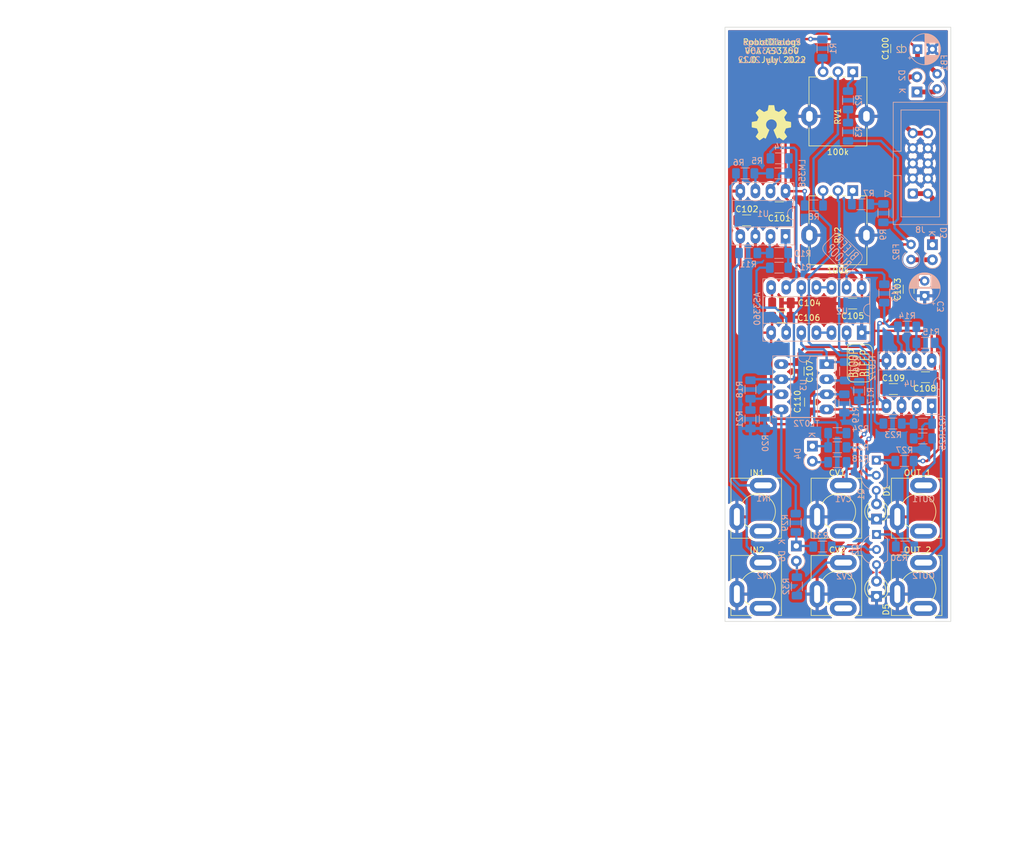
<source format=kicad_pcb>
(kicad_pcb (version 20211014) (generator pcbnew)
  (title_block (company "RobotDialogs"))
  (layers (0 "F.Cu" signal) (31 "B.Cu" signal) (34 "B.Paste" user) (35 "F.Paste" user) (36 "B.SilkS" user "B.Silkscreen") (37 "F.SilkS" user "F.Silkscreen") (38 "B.Mask" user) (39 "F.Mask" user) (44 "Edge.Cuts" user))
  (net 0 "")
  (net 1 "+12V")
  (net 2 "GND")
  (net 3 "-12V")
  (net 4 "Net-(C104-Pad1)")
  (net 5 "Net-(D1-Pad2)")
  (net 6 "-12VA")
  (net 7 "Net-(D2-Pad1)")
  (net 8 "Net-(D3-Pad2)")
  (net 9 "+12VA")
  (net 10 "Net-(D4-Pad1)")
  (net 11 "Net-(D4-Pad2)")
  (net 12 "Net-(D5-Pad2)")
  (net 13 "Net-(J2-PadT)")
  (net 14 "Net-(D6-Pad1)")
  (net 15 "Net-(D6-Pad2)")
  (net 17 "Net-(J4-PadT)")
  (net 19 "Net-(J5-PadT)")
  (net 21 "Net-(J6-PadT)")
  (net 23 "Net-(J7-PadT)")
  (net 24 "Net-(Q1-Pad2)")
  (net 25 "Net-(Q1-Pad1)")
  (net 26 "Net-(Q2-Pad2)")
  (net 27 "Net-(Q2-Pad1)")
  (net 28 "Net-(R1-Pad1)")
  (net 29 "/intput_block/Signal_1")
  (net 30 "Net-(R2-Pad2)")
  (net 31 "Net-(R3-Pad2)")
  (net 32 "/output_block/OUT_A_BUF")
  (net 33 "Net-(J3-PadT)")
  (net 34 "Net-(R5-Pad1)")
  (net 35 "/output_block/OUT_B_BUF")
  (net 36 "Net-(R14-Pad1)")
  (net 37 "Net-(R8-Pad1)")
  (net 38 "Net-(R11-Pad1)")
  (net 39 "Net-(R12-Pad1)")
  (net 40 "/intput_block/Linear CV 1")
  (net 41 "Net-(R23-Pad1)")
  (net 42 "Net-(R24-Pad1)")
  (net 43 "Net-(R14-Pad2)")
  (net 44 "Net-(R17-Pad1)")
  (net 45 "/intput_block/Linear CV 2")
  (net 46 "Net-(R29-Pad1)")
  (net 47 "/intput_block/Signal_2")
  (net 48 "Net-(R21-Pad1)")
  (net 49 "Net-(R25-Pad2)")
  (net 52 "Net-(U2-Pad11)")
  (net 53 "Net-(U2-Pad3)")
  (net 54 "Net-(R5-Pad2)")
  (net 55 "Net-(R7-Pad2)")
  (net 56 "Net-(R7-Pad1)")
  (footprint "Capacitor_SMD:C_1206_3216Metric_Pad1.33x1.80mm_HandSolder" (layer "F.Cu") (at 149.1375 80.3 180)
    (fp_text reference "C101")
    (fp_text value "10nF")
  )
  (footprint "Capacitor_SMD:C_1206_3216Metric_Pad1.33x1.80mm_HandSolder" (layer "F.Cu") (at 154.3 113.1 -90)
    (fp_text reference "C110")
    (fp_text value "10nF")
  )
  (footprint "Capacitor_SMD:C_1206_3216Metric_Pad1.33x1.80mm_HandSolder" (layer "F.Cu") (at 173.7375 108.899998)
    (fp_text reference "C108")
    (fp_text value "10nF")
  )
  (footprint "My Stuff:Potentiometer_Alpha_RD901F-40-00D_Single_Vertical_w_3d" (layer "F.Cu") (at 159 85 -90)
    (fp_text reference "RV2")
    (fp_text value "100k")
  )
  (footprint "My Stuff:Jack_3.5mm_MJ-355W_Vertical" (layer "F.Cu") (at 145.5 131.5)
    (fp_text reference "J6")
    (fp_text value "IN1")
  )
  (footprint "Capacitor_SMD:C_1206_3216Metric_Pad1.33x1.80mm_HandSolder" (layer "F.Cu") (at 149.5 96.4)
    (fp_text reference "C104")
    (fp_text value "10nF")
  )
  (footprint "My Stuff:Jack_3.5mm_MJ-355W_Vertical" (layer "F.Cu") (at 159 144.5)
    (fp_text reference "J5")
    (fp_text value "CV2")
  )
  (footprint "Capacitor_SMD:C_1206_3216Metric_Pad1.33x1.80mm_HandSolder" (layer "F.Cu") (at 168.3375 110.9)
    (fp_text reference "C109")
    (fp_text value "10nF")
  )
  (footprint "Capacitor_SMD:C_1206_3216Metric_Pad1.33x1.80mm_HandSolder" (layer "F.Cu") (at 143.6375 82.5 180)
    (fp_text reference "C102")
    (fp_text value "10nF")
  )
  (footprint "My Stuff:Jack_3.5mm_MJ-355W_Vertical" (layer "F.Cu") (at 145.5 144.5)
    (fp_text reference "J7")
    (fp_text value "IN2")
  )
  (footprint "Capacitor_SMD:C_1206_3216Metric_Pad1.33x1.80mm_HandSolder" (layer "F.Cu") (at 161.475 96.5 180)
    (fp_text reference "C105")
    (fp_text value "10nF")
  )
  (footprint "My Stuff:Logo1" (layer "F.Cu") (at 162.7 106.5 -90)
    (fp_text reference "LOGO101" hide)
    (fp_text value "logo1" hide)
  )
  (footprint "LED_THT:LED_D3.0mm" (layer "F.Cu") (at 165.5 145.775 90)
    (fp_text reference "D5")
    (fp_text value "CV 2 LED")
  )
  (footprint "My Stuff:Potentiometer_Alpha_RD901F-40-00D_Single_Vertical_w_3d" (layer "F.Cu") (at 159 65 -90)
    (fp_text reference "RV1")
    (fp_text value "100k")
  )
  (footprint "My Stuff:Jack_3.5mm_MJ-355W_Vertical" (layer "F.Cu") (at 159 131.5)
    (fp_text reference "J4")
    (fp_text value "CV1")
  )
  (footprint "LED_THT:LED_D3.0mm" (layer "F.Cu") (at 165.5 132.775 90)
    (fp_text reference "D1")
    (fp_text value "CV 1 LED")
  )
  (footprint "Capacitor_SMD:C_1206_3216Metric_Pad1.33x1.80mm_HandSolder" (layer "F.Cu") (at 152.4 107.9 -90)
    (fp_text reference "C107")
    (fp_text value "10nF")
  )
  (footprint "My Stuff:Jack_3.5mm_MJ-355W_Vertical" (layer "F.Cu") (at 172.5 144.5)
    (fp_text reference "J3")
    (fp_text value "OUT_2")
  )
  (footprint "Symbol:OSHW-Symbol_6.7x6mm_SilkScreen" (layer "F.Cu") (at 147.8 66.1)
    (fp_text reference "LOGO100" hide)
    (fp_text value "Logo_Open_Hardware_Small" hide)
  )
  (footprint "Capacitor_SMD:C_1206_3216Metric_Pad1.33x1.80mm_HandSolder" (layer "F.Cu") (at 168.8 53.6 -90)
    (fp_text reference "C100")
    (fp_text value "10nF")
  )
  (footprint "My Stuff:Jack_3.5mm_MJ-355W_Vertical" (layer "F.Cu") (at 172.5 131.5)
    (fp_text reference "J2")
    (fp_text value "OUT_1")
  )
  (footprint "Capacitor_SMD:C_1206_3216Metric_Pad1.33x1.80mm_HandSolder" (layer "F.Cu") (at 170.9 94.095 90)
    (fp_text reference "C103")
    (fp_text value "10nF")
  )
  (footprint "Capacitor_SMD:C_1206_3216Metric_Pad1.33x1.80mm_HandSolder" (layer "F.Cu") (at 149.5 98.8)
    (fp_text reference "C106")
    (fp_text value "10nF")
  )
  (footprint "My Stuff:Logo2" (layer "F.Cu") (at 159.8 88 -45)
    (fp_text reference "LOGO102" hide)
    (fp_text value "logo1" hide)
  )
  (footprint "Resistor_SMD:R_1206_3216Metric_Pad1.30x1.75mm_HandSolder" (layer "B.Cu") (at 149.075 88.000001 180)
    (fp_text reference "R10")
    (fp_text value "100k")
  )
  (footprint "Resistor_SMD:R_1206_3216Metric_Pad1.30x1.75mm_HandSolder" (layer "B.Cu") (at 144.28 110.970001 -90)
    (fp_text reference "R18")
    (fp_text value "100k")
  )
  (footprint "Resistor_SMD:R_1206_3216Metric_Pad1.30x1.75mm_HandSolder" (layer "B.Cu") (at 173.7475 103.119999 180)
    (fp_text reference "R15")
    (fp_text value "1k")
  )
  (footprint "Package_TO_SOT_THT:TO-92_Inline_Wide" (layer "B.Cu") (at 165.46 122.86 -90)
    (fp_text reference "Q1")
    (fp_text value "BC547")
  )
  (footprint "Package_DIP:DIP-14_W7.62mm_Socket_LongPads" (layer "B.Cu") (at 163 101.4 90)
    (fp_text reference "U2")
    (fp_text value "AS3360")
  )
  (footprint "Resistor_SMD:R_1206_3216Metric_Pad1.30x1.75mm_HandSolder" (layer "B.Cu") (at 166.8 94.8 90)
    (fp_text reference "R13")
    (fp_text value "100k")
  )
  (footprint "Resistor_SMD:R_1206_3216Metric_Pad1.30x1.75mm_HandSolder" (layer "B.Cu") (at 149.194999 72.069999 180)
    (fp_text reference "R4")
    (fp_text value "47k")
  )
  (footprint "Resistor_SMD:R_1206_3216Metric_Pad1.30x1.75mm_HandSolder" (layer "B.Cu") (at 143.895 88.000001 180)
    (fp_text reference "R11")
    (fp_text value "100k")
  )
  (footprint "Resistor_SMD:R_1206_3216Metric_Pad1.30x1.75mm_HandSolder" (layer "B.Cu") (at 160.7 67.6 90)
    (fp_text reference "R3")
    (fp_text value "100k")
  )
  (footprint "Resistor_SMD:R_1206_3216Metric_Pad1.30x1.75mm_HandSolder" (layer "B.Cu") (at 170.2 123 180)
    (fp_text reference "R27")
    (fp_text value "1k")
  )
  (footprint "Package_DIP:DIP-8_W7.62mm_Socket_LongPads" (layer "B.Cu") (at 150.194999 85.200001 90)
    (fp_text reference "U1")
    (fp_text value "TL072")
  )
  (footprint "Resistor_SMD:R_1206_3216Metric_Pad1.30x1.75mm_HandSolder" (layer "B.Cu") (at 170.649999 100.4 180)
    (fp_text reference "R14")
    (fp_text value "100k")
  )
  (footprint "Resistor_SMD:R_1206_3216Metric_Pad1.30x1.75mm_HandSolder" (layer "B.Cu") (at 151.9 133.399999 -90)
    (fp_text reference "R29")
    (fp_text value "400k")
  )
  (footprint "Resistor_SMD:R_1206_3216Metric_Pad1.30x1.75mm_HandSolder" (layer "B.Cu") (at 162.9 79.8 180)
    (fp_text reference "R7")
    (fp_text value "10k")
  )
  (footprint "Resistor_SMD:R_1206_3216Metric_Pad1.30x1.75mm_HandSolder" (layer "B.Cu") (at 158.9 123.2)
    (fp_text reference "R28")
    (fp_text value "1k")
  )
  (footprint "Package_TO_SOT_THT:TO-92_Inline_Wide" (layer "B.Cu") (at 165.5 135.36 -90)
    (fp_text reference "Q2")
    (fp_text value "BC547")
  )
  (footprint "Diode_THT:D_A-405_P2.54mm_Vertical_KathodeUp" (layer "B.Cu") (at 154.7 120.5 -90)
    (fp_text reference "D4")
    (fp_text value "D")
  )
  (footprint "Resistor_SMD:R_1206_3216Metric_Pad1.30x1.75mm_HandSolder" (layer "B.Cu") (at 156.4 137.4 180)
    (fp_text reference "R31")
    (fp_text value "100k")
  )
  (footprint "Resistor_SMD:R_1206_3216Metric_Pad1.30x1.75mm_HandSolder" (layer "B.Cu") (at 160.08 113.32 90)
    (fp_text reference "R19")
    (fp_text value "50k")
  )
  (footprint "Resistor_SMD:R_1206_3216Metric_Pad1.30x1.75mm_HandSolder" (layer "B.Cu") (at 166.65 81.29 90)
    (fp_text reference "R9")
    (fp_text value "100k")
  )
  (footprint "Resistor_SMD:R_1206_3216Metric_Pad1.30x1.75mm_HandSolder" (layer "B.Cu") (at 168.2 116.7 180)
    (fp_text reference "R23")
    (fp_text value "100k")
  )
  (footprint "Connector_IDC:IDC-Header_2x05_P2.54mm_Vertical" (layer "B.Cu") (at 171.6 78)
    (fp_text reference "J8")
    (fp_text value "Conn_02x05_Odd_Even")
  )
  (footprint "Diode_THT:D_A-405_P2.54mm_Vertical_KathodeUp" (layer "B.Cu") (at 172.3 60.9 90)
    (fp_text reference "D2")
    (fp_text value "D")
  )
  (footprint "Resistor_SMD:R_1206_3216Metric_Pad1.30x1.75mm_HandSolder" (layer "B.Cu") (at 146.68 115.97 90)
    (fp_text reference "R20")
    (fp_text value "50k")
  )
  (footprint "Diode_THT:D_A-405_P2.54mm_Vertical_KathodeUp" (layer "B.Cu") (at 174.9 86.6 -90)
    (fp_text reference "D3")
    (fp_text value "D")
  )
  (footprint "Diode_THT:D_A-405_P2.54mm_Vertical_KathodeUp" (layer "B.Cu") (at 152 137.3 -90)
    (fp_text reference "D6")
    (fp_text value "D")
  )
  (footprint "Resistor_SMD:R_1206_3216Metric_Pad1.30x1.75mm_HandSolder" (layer "B.Cu") (at 149.094999 90.469999 180)
    (fp_text reference "R12")
    (fp_text value "47k")
  )
  (footprint "Resistor_SMD:R_1206_3216Metric_Pad1.30x1.75mm_HandSolder" (layer "B.Cu") (at 170.3 137.4 180)
    (fp_text reference "R30")
    (fp_text value "1k")
  )
  (footprint "Package_DIP:DIP-8_W7.62mm_Socket_LongPads" (layer "B.Cu") (at 157.1 106.700001 180)
    (fp_text reference "U3")
    (fp_text value "LM358")
  )
  (footprint "Resistor_SMD:R_1206_3216Metric_Pad1.30x1.75mm_HandSolder" (layer "B.Cu") (at 173.3 119.2 180)
    (fp_text reference "R25")
    (fp_text value "1k")
  )
  (footprint "Capacitor_THT:CP_Radial_D5.0mm_P2.50mm" (layer "B.Cu") (at 172.394888 53.7)
    (fp_text reference "C2")
    (fp_text value "100uF")
  )
  (footprint "Resistor_SMD:R_1206_3216Metric_Pad1.30x1.75mm_HandSolder" (layer "B.Cu") (at 144.280001 115.97 -90)
    (fp_text reference "R21")
    (fp_text value "100k")
  )
  (footprint "Resistor_SMD:R_1206_3216Metric_Pad1.30x1.75mm_HandSolder" (layer "B.Cu") (at 156.4 53.6 90)
    (fp_text reference "R1")
    (fp_text value "10k")
  )
  (footprint "Resistor_SMD:R_1206_3216Metric_Pad1.30x1.75mm_HandSolder" (layer "B.Cu") (at 173.3 116.719999 180)
    (fp_text reference "R22")
    (fp_text value "100k")
  )
  (footprint "Resistor_SMD:R_1206_3216Metric_Pad1.30x1.75mm_HandSolder" (layer "B.Cu") (at 160.2 107.9 -90)
    (fp_text reference "R16")
    (fp_text value "100k")
  )
  (footprint "Resistor_SMD:R_1206_3216Metric_Pad1.30x1.75mm_HandSolder" (layer "B.Cu") (at 152.099999 144.1 -90)
    (fp_text reference "R32")
    (fp_text value "1k")
  )
  (footprint "Resistor_SMD:R_1206_3216Metric_Pad1.30x1.75mm_HandSolder" (layer "B.Cu") (at 162.58 111.22 -90)
    (fp_text reference "R17")
    (fp_text value "100k")
  )
  (footprint "Package_DIP:DIP-8_W7.62mm_Socket_LongPads" (layer "B.Cu") (at 174.7875 113.719999 90)
    (fp_text reference "U4")
    (fp_text value "TL072")
  )
  (footprint "Resistor_SMD:R_1206_3216Metric_Pad1.30x1.75mm_HandSolder" (layer "B.Cu") (at 154.95 80 180)
    (fp_text reference "R8")
    (fp_text value "10k")
  )
  (footprint "Capacitor_THT:CP_Radial_D5.0mm_P2.50mm" (layer "B.Cu") (at 173.6 95.200113 90)
    (fp_text reference "C3")
    (fp_text value "100uF")
  )
  (footprint "Resistor_SMD:R_1206_3216Metric_Pad1.30x1.75mm_HandSolder" (layer "B.Cu") (at 149.1075 74.6 180)
    (fp_text reference "R5")
    (fp_text value "100k")
  )
  (footprint "Inductor_THT:L_Axial_L6.6mm_D2.7mm_P2.54mm_Vertical_Vishay_IM-2" (layer "B.Cu") (at 171.3 89.095 90)
    (fp_text reference "FB2")
    (fp_text value "FerriteBead")
  )
  (footprint "Resistor_SMD:R_1206_3216Metric_Pad1.30x1.75mm_HandSolder" (layer "B.Cu") (at 143.395 74.6 180)
    (fp_text reference "R6")
    (fp_text value "100k")
  )
  (footprint "Resistor_SMD:R_1206_3216Metric_Pad1.30x1.75mm_HandSolder" (layer "B.Cu") (at 158.9 118.3 180)
    (fp_text reference "R24")
    (fp_text value "400k")
  )
  (footprint "Inductor_THT:L_Axial_L6.6mm_D2.7mm_P2.54mm_Vertical_Vishay_IM-2" (layer "B.Cu") (at 175.7 60.395 90)
    (fp_text reference "FB1")
    (fp_text value "FerriteBead")
  )
  (footprint "Resistor_SMD:R_1206_3216Metric_Pad1.30x1.75mm_HandSolder" (layer "B.Cu") (at 160.7 62.3 90)
    (fp_text reference "R2")
    (fp_text value "10k")
  )
  (footprint "Resistor_SMD:R_1206_3216Metric_Pad1.30x1.75mm_HandSolder" (layer "B.Cu") (at 158.9 120.7 180)
    (fp_text reference "R26")
    (fp_text value "100k")
  )
  (gr_rect locked (start 140 50) (end 178 150) (layer "Edge.Cuts") (width 0.1) (fill none))
  (gr_text "OUT1" (at 173.4 129.4) (layer "B.SilkS") (effects (font (size 1 1)) (justify mirror)))
  (gr_text "CV2" (at 160.1 142.4) (layer "B.SilkS") (effects (font (size 1 1)) (justify mirror)))
  (gr_text "OUT2" (at 173.4 142.3) (layer "B.SilkS") (effects (font (size 1 1)) (justify mirror)))
  (gr_text "AS3360" (at 145.4 97.4 90) (layer "B.SilkS") (effects (font (size 1 1)) (justify mirror)))
  (gr_text "v1.0 July 2022" (at 147.9 55.5) (layer "B.SilkS") (effects (font (size 1 1)) (justify mirror)))
  (gr_text "CV1" (at 159.9 129.4) (layer "B.SilkS") (effects (font (size 1 1)) (justify mirror)))
  (gr_text "LM358" (at 153 74.6 90) (layer "B.SilkS") (effects (font (size 1 1)) (justify mirror)))
  (gr_text "IN2" (at 146.6 142.3) (layer "B.SilkS") (effects (font (size 1 1)) (justify mirror)))
  (gr_text "IN1" (at 146.5 129.3) (layer "B.SilkS") (effects (font (size 1 1)) (justify mirror)))
  (gr_text "RobotDialogs\n" (at 147.9 52.5) (layer "B.SilkS") (effects (font (size 1 1)) (justify mirror)))
  (gr_text "TL072" (at 153.7 116.7) (layer "B.SilkS") (effects (font (size 1 1)) (justify mirror)))
  (gr_text "TL072" (at 164.8 107.3 90) (layer "B.SilkS") (effects (font (size 1 1)) (justify mirror)))
  (gr_text "VCA AS3360" (at 147.9 54) (layer "B.SilkS") (effects (font (size 1 1)) (justify mirror)))
  (gr_text "VCA AS3360" (at 147.9 54) (layer "F.SilkS") (effects (font (size 1 1))))
  (gr_text "RobotDialogs\n" (at 147.9 52.5) (layer "F.SilkS") (effects (font (size 1 1))))
  (gr_text "v1.0 July 2022" (at 147.9 55.5) (layer "F.SilkS") (effects (font (size 1 1))))
  (segment (start 151.8 80.3) (end 151.9 80.4) (width 0.4) (layer "F.Cu") (net 1))
  (segment (start 165.1 101.1) (end 165.1 96.8) (width 0.4) (layer "F.Cu") (net 1))
  (segment (start 150.7 80.3) (end 151.8 80.3) (width 0.4) (layer "F.Cu") (net 1))
  (segment (start 172.8 55.8) (end 172.394888 55.394888) (width 0.8) (layer "F.Cu") (net 1))
  (segment (start 149.48 106.700001) (end 152.037499 106.700001) (width 0.4) (layer "F.Cu") (net 1))
  (segment (start 151.9 80.4) (end 151.9 89.6) (width 0.4) (layer "F.Cu") (net 1))
  (segment (start 150.7 80.3) (end 150.7 79.205) (width 0.4) (layer "F.Cu") (net 1))
  (segment (start 173.645 55.8) (end 172.8 55.8) (width 0.8) (layer "F.Cu") (net 1))
  (segment (start 174.7875 101.1875) (end 174.7 101.1) (width 0.4) (layer "F.Cu") (net 1))
  (segment (start 152.6 52) (end 154.4 52) (width 0.4) (layer "F.Cu") (net 1))
  (segment (start 153.5 103.8) (end 152.4 104.9) (width 0.4) (layer "F.Cu") (net 1))
  (segment (start 150.7 79.205) (end 150.194999 78.699999) (width 0.4) (layer "F.Cu") (net 1))
  (segment (start 174 123) (end 173.3 123) (width 0.4) (layer "F.Cu") (net 1))
  (segment (start 150.194999 54.405001) (end 152.6 52) (width 0.4) (layer "F.Cu") (net 1))
  (segment (start 153.4 77.6) (end 150.214998 77.6) (width 0.4) (layer "F.Cu") (net 1))
  (segment (start 164.7 103.8) (end 153.5 103.8) (width 0.4) (layer "F.Cu") (net 1))
  (segment (start 152.4 104.9) (end 152.4 106.3375) (width 0.4) (layer "F.Cu") (net 1))
  (segment (start 172.394888 55.394888) (end 172.394888 53.7) (width 0.8) (layer "F.Cu") (net 1))
  (segment (start 175.987011 121.012989) (end 174 123) (width 0.4) (layer "F.Cu") (net 1))
  (segment (start 163 91.8) (end 163 93.78) (width 0.4) (layer "F.Cu") (net 1))
  (segment (start 154.4 52) (end 170.6 52) (width 0.4) (layer "F.Cu") (net 1))
  (segment (start 150.194999 78.699999) (end 150.194999 77.58) (width 0.4) (layer "F.Cu") (net 1))
  (segment (start 151.9 89.6) (end 153 90.7) (width 0.4) (layer "F.Cu") (net 1))
  (segment (start 161.9 90.7) (end 163 91.8) (width 0.4) (layer "F.Cu") (net 1))
  (segment (start 165.1 96.8) (end 164.8 96.5) (width 0.4) (layer "F.Cu") (net 1))
  (segment (start 175.3 106.612499) (end 174.7875 106.099999) (width 0.4) (layer "F.Cu") (net 1))
  (segment (start 152.037499 106.700001) (end 152.4 106.3375) (width 0.4) (layer "F.Cu") (net 1))
  (segment (start 164.8 96.5) (end 163.0375 96.5) (width 0.4) (layer "F.Cu") (net 1))
  (segment (start 175.3 108.899998) (end 175.3 106.612499) (width 0.4) (layer "F.Cu") (net 1))
  (segment (start 163.0375 93.8175) (end 163 93.78) (width 0.4) (layer "F.Cu") (net 1))
  (segment (start 165.1 103.4) (end 164.7 103.8) (width 0.4) (layer "F.Cu") (net 1))
  (segment (start 170.6 52) (end 172.094888 53.494888) (width 0.4) (layer "F.Cu") (net 1))
  (segment (start 163.0375 96.5) (end 163.0375 93.8175) (width 0.4) (layer "F.Cu") (net 1))
  (segment (start 175.987011 109.587009) (end 175.987011 121.012989) (width 0.4) (layer "F.Cu") (net 1))
  (segment (start 150.194999 77.580001) (end 150.194999 54.405001) (width 0.4) (layer "F.Cu") (net 1))
  (segment (start 174.7 101.1) (end 165.1 101.1) (width 0.4) (layer "F.Cu") (net 1))
  (segment (start 150.214998 77.6) (end 150.194999 77.580001) (width 0.4) (layer "F.Cu") (net 1))
  (segment (start 165.1 101.1) (end 165.1 103.4) (width 0.4) (layer "F.Cu") (net 1))
  (segment (start 175.3 108.899998) (end 175.987011 109.587009) (width 0.4) (layer "F.Cu") (net 1))
  (segment (start 174.7875 106.099999) (end 174.7875 101.1875) (width 0.4) (layer "F.Cu") (net 1))
  (segment (start 175.7 57.855) (end 173.645 55.8) (width 0.8) (layer "F.Cu") (net 1))
  (segment (start 153 90.7) (end 161.9 90.7) (width 0.4) (layer "F.Cu") (net 1))
  (via (at 153.4 77.6) (size 0.8) (drill 0.4) (layers "F.Cu" "B.Cu") (net 1))
  (via (at 173.3 123) (size 0.8) (drill 0.4) (layers "F.Cu" "B.Cu") (net 1))
  (via (at 154.4 52) (size 0.8) (drill 0.4) (layers "F.Cu" "B.Cu") (net 1))
  (segment (start 170.75048 125.44952) (end 171.75 124.45) (width 0.4) (layer "B.Cu") (net 1))
  (segment (start 154.4 52) (end 156.35 52) (width 0.4) (layer "B.Cu") (net 1))
  (segment (start 156.35 52) (end 156.4 52.05) (width 0.4) (layer "B.Cu") (net 1))
  (segment (start 173.3 123) (end 171.75 123) (width 0.4) (layer "B.Cu") (net 1))
  (segment (start 171.85 137.4) (end 171.85 137.35) (width 0.4) (layer "B.Cu") (net 1))
  (segment (start 171.75 124.45) (end 171.75 123) (width 0.4) (layer "B.Cu") (net 1))
  (segment (start 170.75048 136.25048) (end 170.75048 125.44952) (width 0.4) (layer "B.Cu") (net 1))
  (segment (start 153.4 80) (end 153.4 77.6) (width 0.4) (layer "B.Cu") (net 1))
  (segment (start 171.85 137.35) (end 170.75048 136.25048) (width 0.4) (layer "B.Cu") (net 1))
  (segment (start 170.9 91.6) (end 169.2 89.9) (width 0.4) (layer "F.Cu") (net 3))
  (segment (start 156.757501 114.6625) (end 157.1 114.320001) (width 0.4) (layer "F.Cu") (net 3))
  (segment (start 170.9 92.5325) (end 170.9 91.6) (width 0.4) (layer "F.Cu") (net 3))
  (segment (start 166.567498 114.320001) (end 167.1675 113.719999) (width 0.4) (layer "F.Cu") (net 3))
  (segment (start 142.574999 84.379999) (end 141.995 83.8) (width 0.4) (layer "F.Cu") (net 3))
  (segment (start 170.045 86.555) (end 171.3 86.555) (width 0.4) (layer "F.Cu") (net 3))
  (segment (start 168.6 98.2) (end 166.98036 99.81964) (width 0.4) (layer "F.Cu") (net 3))
  (segment (start 154.3 114.6625) (end 156.757501 114.6625) (width 0.4) (layer "F.Cu") (net 3))
  (segment (start 147.912501 98.799999) (end 147.912501 101.247499) (width 0.4) (layer "F.Cu") (net 3))
  (segment (start 148.2 116.8) (end 153.7 116.8) (width 0.4) (layer "F.Cu") (net 3))
  (segment (start 173.432387 92.5325) (end 173.6 92.700113) (width 0.4) (layer "F.Cu") (net 3))
  (segment (start 169.2 89.9) (end 169.2 87.4) (width 0.4) (layer "F.Cu") (net 3))
  (segment (start 166.98036 99.81964) (end 166.031261 99.81964) (width 0.4) (layer "F.Cu") (net 3))
  (segment (start 168.6 98.1) (end 168.6 98.2) (width 0.4) (layer "F.Cu") (net 3))
  (segment (start 147.76 101.4) (end 147.76 116.36) (width 0.4) (layer "F.Cu") (net 3))
  (segment (start 142.8 101.4) (end 147.76 101.4) (width 0.4) (layer "F.Cu") (net 3))
  (segment (start 169.2 87.4) (end 170.045 86.555) (width 0.4) (layer "F.Cu") (net 3))
  (segment (start 142.574999 101.174999) (end 142.8 101.4) (width 0.4) (layer "F.Cu") (net 3))
  (segment (start 168.6 93.3) (end 168.6 98.1) (width 0.4) (layer "F.Cu") (net 3))
  (segment (start 142.574999 85.2) (end 142.574999 84.379999) (width 0.4) (layer "F.Cu") (net 3))
  (segment (start 154.3 116.2) (end 154.3 114.6625) (width 0.4) (layer "F.Cu") (net 3))
  (segment (start 142.574999 85.200001) (end 142.574999 101.174999) (width 0.4) (layer "F.Cu") (net 3))
  (segment (start 141.995 83.8) (end 141.995 82.58) (width 0.4) (layer "F.Cu") (net 3))
  (segment (start 167.1675 112.6675) (end 167.1675 113.719999) (width 0.4) (layer "F.Cu") (net 3))
  (segment (start 147.76 116.36) (end 148.2 116.8) (width 0.4) (layer "F.Cu") (net 3))
  (segment (start 141.995 82.58) (end 142.075 82.5) (width 0.4) (layer "F.Cu") (net 3))
  (segment (start 153.7 116.8) (end 154.3 116.2) (width 0.4) (layer "F.Cu") (net 3))
  (segment (start 166.775 110.9) (end 166.775 112.275) (width 0.4) (layer "F.Cu") (net 3))
  (segment (start 166.775 112.275) (end 167.1675 112.6675) (width 0.4) (layer "F.Cu") (net 3))
  (segment (start 170.9 92.5325) (end 169.3675 92.5325) (width 0.4) (layer "F.Cu") (net 3))
  (segment (start 170.9 92.5325) (end 173.432387 92.5325) (width 0.4) (layer "F.Cu") (net 3))
  (segment (start 157.1 114.320001) (end 166.567498 114.320001) (width 0.4) (layer "F.Cu") (net 3))
  (segment (start 169.3675 92.5325) (end 168.6 93.3) (width 0.4) (layer "F.Cu") (net 3))
  (via (at 166.031261 99.81964) (size 0.8) (drill 0.4) (layers "F.Cu" "B.Cu") (net 3))
  (segment (start 166.25 69.15) (end 169.1 72) (width 0.4) (layer "B.Cu") (net 3))
  (segment (start 169.1 82.3) (end 168.55 82.85) (width 0.4) (layer "B.Cu") (net 3))
  (segment (start 168.55 82.85) (end 166.8 82.85) (width 0.4) (layer "B.Cu") (net 3))
  (segment (start 171.3 86.555) (end 168.55 83.805) (width 0.4) (layer "B.Cu") (net 3))
  (segment (start 168.55 83.805) (end 168.55 82.85) (width 0.4) (layer "B.Cu") (net 3))
  (segment (start 165.79904 100.051861) (end 165.79904 112.351539) (width 0.4) (layer "B.Cu") (net 3))
  (segment (start 160.7 69.15) (end 166.25 69.15) (width 0.4) (layer "B.Cu") (net 3))
  (segment (start 166.031261 99.81964) (end 165.79904 100.051861) (width 0.4) (layer "B.Cu") (net 3))
  (segment (start 165.79904 112.351539) (end 167.1675 113.719999) (width 0.4) (layer "B.Cu") (net 3))
  (segment (start 169.1 72) (end 169.1 82.3) (width 0.4) (layer "B.Cu") (net 3))
  (segment (start 147.912499 96.399999) (end 147.912499 93.932499) (width 0.4) (layer "F.Cu") (net 4))
  (segment (start 147.912499 93.932499) (end 147.76 93.78) (width 0.4) (layer "F.Cu") (net 4))
  (segment (start 165.46 130.195) (end 165.5 130.235) (width 0.4) (layer "B.Cu") (net 5))
  (segment (start 165.46 127.94) (end 165.46 130.195) (width 0.4) (layer "B.Cu") (net 5))
  (segment (start 174.9 86.6) (end 174.9 78.76) (width 0.8) (layer "F.Cu") (net 6))
  (segment (start 171.6 78) (end 174.14 78) (width 0.8) (layer "F.Cu") (net 6))
  (segment (start 174.9 78.76) (end 174.14 78) (width 0.8) (layer "F.Cu") (net 6))
  (segment (start 172.3 60.9) (end 175.195 60.9) (width 0.8) (layer "F.Cu") (net 7))
  (segment (start 175.195 60.9) (end 175.7 60.395) (width 0.8) (layer "F.Cu") (net 7))
  (segment (start 171.345 89.14) (end 171.3 89.095) (width 0.8) (layer "F.Cu") (net 8))
  (segment (start 174.9 89.14) (end 171.345 89.14) (width 0.8) (layer "F.Cu") (net 8))
  (segment (start 171.027208 58.36) (end 172.3 58.36) (width 0.8) (layer "F.Cu") (net 9))
  (segment (start 169.8 66.04) (end 169.8 59.587208) (width 0.8) (layer "F.Cu") (net 9))
  (segment (start 171.6 67.84) (end 174.14 67.84) (width 0.8) (layer "F.Cu") (net 9))
  (segment (start 169.8 59.587208) (end 171.027208 58.36) (width 0.8) (layer "F.Cu") (net 9))
  (segment (start 171.6 67.84) (end 169.8 66.04) (width 0.8) (layer "F.Cu") (net 9))
  (segment (start 157.35 120.7) (end 157.35 118.3) (width 0.4) (layer "B.Cu") (net 10))
  (segment (start 157.15 120.5) (end 157.35 120.7) (width 0.4) (layer "B.Cu") (net 10))
  (segment (start 154.7 120.5) (end 157.15 120.5) (width 0.4) (layer "B.Cu") (net 10))
  (segment (start 157.35 123.2) (end 154.86 123.2) (width 0.4) (layer "B.Cu") (net 11))
  (segment (start 154.86 123.2) (end 154.7 123.04) (width 0.4) (layer "B.Cu") (net 11))
  (segment (start 165.5 140.44) (end 165.5 143.235) (width 0.4) (layer "B.Cu") (net 12))
  (segment (start 173.4 127.1) (end 173.4 125.1) (width 0.4) (layer "B.Cu") (net 13))
  (segment (start 173.4 125.1) (end 175.25 123.25) (width 0.4) (layer "B.Cu") (net 13))
  (segment (start 175.25 123.25) (end 175.25 119.7) (width 0.4) (layer "B.Cu") (net 13))
  (segment (start 152 135.049999) (end 151.9 134.949999) (width 0.4) (layer "B.Cu") (net 14))
  (segment (start 152 137.3) (end 152 135.049999) (width 0.4) (layer "B.Cu") (net 14))
  (segment (start 154.75 137.3) (end 154.85 137.4) (width 0.4) (layer "B.Cu") (net 14))
  (segment (start 152 137.3) (end 154.75 137.3) (width 0.4) (layer "B.Cu") (net 14))
  (segment (start 152.099999 139.939999) (end 152 139.84) (width 0.4) (layer "B.Cu") (net 15))
  (segment (start 152.099999 142.55) (end 152.099999 139.939999) (width 0.4) (layer "B.Cu") (net 15))
  (segment (start 162.30048 119.59952) (end 163.4 118.5) (width 0.4) (layer "F.Cu") (net 17))
  (segment (start 161.9 124.3) (end 160.7 124.3) (width 0.4) (layer "F.Cu") (net 17))
  (segment (start 162.30048 123.89952) (end 162.30048 119.59952) (width 0.4) (layer "F.Cu") (net 17))
  (segment (start 160.7 124.3) (end 159.9 125.1) (width 0.4) (layer "F.Cu") (net 17))
  (segment (start 159.9 125.1) (end 159.9 127.1) (width 0.4) (layer "F.Cu") (net 17))
  (segment (start 162.30048 123.89952) (end 161.9 124.3) (width 0.4) (layer "F.Cu") (net 17))
  (via (at 163.4 118.5) (size 0.8) (drill 0.4) (layers "F.Cu" "B.Cu") (net 17))
  (segment (start 157.8 83.5) (end 154.9 80.6) (width 0.4) (layer "B.Cu") (net 17))
  (segment (start 154.59 103.5) (end 154.11 103.02) (width 0.4) (layer "B.Cu") (net 17))
  (segment (start 162.3 105.2) (end 159.3 105.2) (width 0.4) (layer "B.Cu") (net 17))
  (segment (start 163.4 118.5) (end 164 117.9) (width 0.4) (layer "B.Cu") (net 17))
  (segment (start 159.3 105.2) (end 157.6 103.5) (width 0.4) (layer "B.Cu") (net 17))
  (segment (start 154.12 92.08) (end 157.8 88.4) (width 0.4) (layer "B.Cu") (net 17))
  (segment (start 159 68) (end 159 57.5) (width 0.4) (layer "B.Cu") (net 17))
  (segment (start 154.11 100.51) (end 154.12 100.5) (width 0.4) (layer "B.Cu") (net 17))
  (segment (start 157.8 88.4) (end 157.8 83.5) (width 0.4) (layer "B.Cu") (net 17))
  (segment (start 164 106.9) (end 162.3 105.2) (width 0.4) (layer "B.Cu") (net 17))
  (segment (start 157.6 103.5) (end 154.59 103.5) (width 0.4) (layer "B.Cu") (net 17))
  (segment (start 160.45 126.55) (end 159.9 127.1) (width 0.4) (layer "B.Cu") (net 17))
  (segment (start 164 117.9) (end 164 106.9) (width 0.4) (layer "B.Cu") (net 17))
  (segment (start 154.9 80.6) (end 154.9 72.1) (width 0.4) (layer "B.Cu") (net 17))
  (segment (start 160.45 123.2) (end 160.45 126.55) (width 0.4) (layer "B.Cu") (net 17))
  (segment (start 154.9 72.1) (end 159 68) (width 0.4) (layer "B.Cu") (net 17))
  (segment (start 154.11 103.02) (end 154.11 100.51) (width 0.4) (layer "B.Cu") (net 17))
  (segment (start 154.12 100.5) (end 154.12 92.08) (width 0.4) (layer "B.Cu") (net 17))
  (segment (start 159.9 140.1) (end 159.9 138) (width 0.4) (layer "F.Cu") (net 19))
  (segment (start 163.8 135.6) (end 163.8 119.7) (width 0.4) (layer "F.Cu") (net 19))
  (segment (start 160.7 137.2) (end 162.2 137.2) (width 0.4) (layer "F.Cu") (net 19))
  (segment (start 163.8 119.7) (end 164.2 119.3) (width 0.4) (layer "F.Cu") (net 19))
  (segment (start 159.9 138) (end 160.7 137.2) (width 0.4) (layer "F.Cu") (net 19))
  (segment (start 162.2 137.2) (end 163.8 135.6) (width 0.4) (layer "F.Cu") (net 19))
  (via (at 164.2 119.3) (size 0.8) (drill 0.4) (layers "F.Cu" "B.Cu") (net 19))
  (segment (start 159.2 104) (end 159.2 79.41) (width 0.4) (layer "B.Cu") (net 19))
  (segment (start 159 79.21) (end 159 77.5) (width 0.4) (layer "B.Cu") (net 19))
  (segment (start 164.6 118.9) (end 164.6 106.5) (width 0.4) (layer "B.Cu") (net 19))
  (segment (start 152.099999 145.100001) (end 157.1 140.1) (width 0.4) (layer "B.Cu") (net 19))
  (segment (start 157.1 140.1) (end 159.9 140.1) (width 0.4) (layer "B.Cu") (net 19))
  (segment (start 152.099999 145.65) (end 152.099999 145.100001) (width 0.4) (layer "B.Cu") (net 19))
  (segment (start 162.6 104.5) (end 159.7 104.5) (width 0.4) (layer "B.Cu") (net 19))
  (segment (start 164.2 119.3) (end 164.6 118.9) (width 0.4) (layer "B.Cu") (net 19))
  (segment (start 164.6 106.5) (end 162.6 104.5) (width 0.4) (layer "B.Cu") (net 19))
  (segment (start 159.7 104.5) (end 159.2 104) (width 0.4) (layer "B.Cu") (net 19))
  (segment (start 159.2 79.41) (end 159 79.21) (width 0.4) (layer "B.Cu") (net 19))
  (segment (start 142.345 88.000001) (end 142.345 89.855) (width 0.4) (layer "B.Cu") (net 21))
  (segment (start 141.49952 126.15167) (end 142.44785 127.1) (width 0.4) (layer "B.Cu") (net 21))
  (segment (start 142.44785 127.1) (end 146.4 127.1) (width 0.4) (layer "B.Cu") (net 21))
  (segment (start 142.345 89.855) (end 141.49952 90.70048) (width 0.4) (layer "B.Cu") (net 21))
  (segment (start 141.49952 90.70048) (end 141.49952 126.15167) (width 0.4) (layer "B.Cu") (net 21))
  (segment (start 141.845 74.6) (end 141.845 75.855) (width 0.4) (layer "B.Cu") (net 23))
  (segment (start 143.64952 129.14952) (end 140.9 126.4) (width 0.4) (layer "B.Cu") (net 23))
  (segment (start 146.4 140.1) (end 143.64952 137.34952) (width 0.4) (layer "B.Cu") (net 23))
  (segment (start 143.64952 137.34952) (end 143.64952 129.14952) (width 0.4) (layer "B.Cu") (net 23))
  (segment (start 140.9 126.4) (end 140.9 76.8) (width 0.4) (layer "B.Cu") (net 23))
  (segment (start 141.845 75.855) (end 140.9 76.8) (width 0.4) (layer "B.Cu") (net 23))
  (segment (start 160.45 120.7) (end 162.5 120.7) (width 0.4) (layer "B.Cu") (net 24))
  (segment (start 162.5 120.7) (end 162.9 121.1) (width 0.4) (layer "B.Cu") (net 24))
  (segment (start 162.9 121.1) (end 162.9 124.3) (width 0.4) (layer "B.Cu") (net 24))
  (segment (start 162.9 124.3) (end 164 125.4) (width 0.4) (layer "B.Cu") (net 24))
  (segment (start 164 125.4) (end 165.46 125.4) (width 0.4) (layer "B.Cu") (net 24))
  (segment (start 168.51 122.86) (end 168.65 123) (width 0.4) (layer "B.Cu") (net 25))
  (segment (start 165.46 122.86) (end 168.51 122.86) (width 0.4) (layer "B.Cu") (net 25))
  (segment (start 157.95 137.4) (end 163.5 137.4) (width 0.4) (layer "B.Cu") (net 26))
  (segment (start 164 137.9) (end 165.5 137.9) (width 0.4) (layer "B.Cu") (net 26))
  (segment (start 163.5 137.4) (end 164 137.9) (width 0.4) (layer "B.Cu") (net 26))
  (segment (start 168.75 136.15) (end 167.96 135.36) (width 0.4) (layer "B.Cu") (net 27))
  (segment (start 167.96 135.36) (end 165.5 135.36) (width 0.4) (layer "B.Cu") (net 27))
  (segment (start 168.75 137.4) (end 168.75 136.15) (width 0.4) (layer "B.Cu") (net 27))
  (segment (start 156.4 57.4) (end 156.5 57.5) (width 0.4) (layer "B.Cu") (net 28))
  (segment (start 156.4 55.15) (end 156.4 57.4) (width 0.4) (layer "B.Cu") (net 28))
  (segment (start 145.3 96.3) (end 145.3 91) (width 0.4) (layer "B.Cu") (net 29))
  (segment (start 150.3 99) (end 148.5 97.2) (width 0.4) (layer "B.Cu") (net 29))
  (segment (start 150.3 101.4) (end 150.3 99) (width 0.4) (layer "B.Cu") (net 29))
  (segment (start 145.3 91) (end 145.830001 90.469999) (width 0.4) (layer "B.Cu") (net 29))
  (segment (start 146.2 97.2) (end 145.3 96.3) (width 0.4) (layer "B.Cu") (net 29))
  (segment (start 148.5 97.2) (end 146.2 97.2) (width 0.4) (layer "B.Cu") (net 29))
  (segment (start 145.830001 90.469999) (end 147.544999 90.469999) (width 0.4) (layer "B.Cu") (net 29))
  (segment (start 160.7 60.75) (end 160.7 59.6) (width 0.4) (layer "B.Cu") (net 30))
  (segment (start 160.7 59.6) (end 161.5 58.8) (width 0.4) (layer "B.Cu") (net 30))
  (segment (start 161.5 58.8) (end 161.5 57.5) (width 0.4) (layer "B.Cu") (net 30))
  (segment (start 160.7 63.85) (end 160.7 66.05) (width 0.4) (layer "B.Cu") (net 31))
  (segment (start 165.19952 106.19952) (end 162.6 103.6) (width 0.4) (layer "B.Cu") (net 32))
  (segment (start 165.19952 116.29952) (end 165.19952 106.19952) (width 0.4) (layer "B.Cu") (net 32))
  (segment (start 166.65 116.7) (end 165.6 116.7) (width 0.4) (layer "B.Cu") (net 32))
  (segment (start 160.46 103.26) (end 160.46 101.4) (width 0.4) (layer "B.Cu") (net 32))
  (segment (start 162.6 103.6) (end 160.8 103.6) (width 0.4) (layer "B.Cu") (net 32))
  (segment (start 160.8 103.6) (end 160.46 103.26) (width 0.4) (layer "B.Cu") (net 32))
  (segment (start 165.6 116.7) (end 165.19952 116.29952) (width 0.4) (layer "B.Cu") (net 32))
  (segment (start 176.347023 104.169522) (end 175.2975 103.119999) (width 0.4) (layer "B.Cu") (net 33))
  (segment (start 173.4 140.1) (end 176.347023 137.152977) (width 0.4) (layer "B.Cu") (net 33))
  (segment (start 176.347023 137.152977) (end 176.347023 104.169522) (width 0.4) (layer "B.Cu") (net 33))
  (segment (start 149.095 75.6) (end 149.095 74.8) (width 0.4) (layer "B.Cu") (net 34))
  (segment (start 149.095 74.8) (end 149.295 74.6) (width 0.4) (layer "B.Cu") (net 34))
  (segment (start 149.295 74.6) (end 150.6575 74.6) (width 0.4) (layer "B.Cu") (net 34))
  (segment (start 147.654999 77.58) (end 147.654999 77.040001) (width 0.4) (layer "B.Cu") (net 34))
  (segment (start 150.744999 72.069999) (end 150.744999 74.512501) (width 0.4) (layer "B.Cu") (net 34))
  (segment (start 147.654999 77.040001) (end 149.095 75.6) (width 0.4) (layer "B.Cu") (net 34))
  (segment (start 150.744999 74.512501) (end 150.6575 74.6) (width 0.4) (layer "B.Cu") (net 34))
  (segment (start 166.8 91.7) (end 166.4 91.3) (width 0.4) (layer "B.Cu") (net 35))
  (segment (start 160.46 91.74) (end 160.46 93.78) (width 0.4) (layer "B.Cu") (net 35))
  (segment (start 160.9 91.3) (end 160.46 91.74) (width 0.4) (layer "B.Cu") (net 35))
  (segment (start 166.8 93.25) (end 166.8 91.7) (width 0.4) (layer "B.Cu") (net 35))
  (segment (start 166.4 91.3) (end 160.9 91.3) (width 0.4) (layer "B.Cu") (net 35))
  (segment (start 172.1975 103.119999) (end 172.1975 106.049999) (width 0.4) (layer "B.Cu") (net 36))
  (segment (start 172.1975 100.402499) (end 172.199999 100.4) (width 0.4) (layer "B.Cu") (net 36))
  (segment (start 172.1975 103.119999) (end 172.1975 100.402499) (width 0.4) (layer "B.Cu") (net 36))
  (segment (start 172.1975 106.049999) (end 172.2475 106.099999) (width 0.4) (layer "B.Cu") (net 36))
  (segment (start 156.5 80) (end 156.5 77.5) (width 0.4) (layer "B.Cu") (net 37))
  (segment (start 147.525 85.329999) (end 147.654999 85.2) (width 0.4) (layer "B.Cu") (net 38))
  (segment (start 147.525 88) (end 147.525 85.329999) (width 0.4) (layer "B.Cu") (net 38))
  (segment (start 145.445 88) (end 147.525 88) (width 0.4) (layer "B.Cu") (net 38))
  (segment (start 150.194999 85.200001) (end 150.194999 87.569999) (width 0.4) (layer "B.Cu") (net 39))
  (segment (start 150.625 88.000001) (end 150.625 90.45) (width 0.4) (layer "B.Cu") (net 39))
  (segment (start 150.625 90.45) (end 150.644999 90.469999) (width 0.4) (layer "B.Cu") (net 39))
  (segment (start 150.194999 87.569999) (end 150.625 88) (width 0.4) (layer "B.Cu") (net 39))
  (segment (start 152.84 101.4) (end 152.84 103.34) (width 0.4) (layer "B.Cu") (net 40))
  (segment (start 157.45 106.35) (end 157.1 106.700001) (width 0.4) (layer "B.Cu") (net 40))
  (segment (start 153.7 104.2) (end 156.6 104.2) (width 0.4) (layer "B.Cu") (net 40))
  (segment (start 152.84 103.34) (end 153.7 104.2) (width 0.4) (layer "B.Cu") (net 40))
  (segment (start 157.1 104.7) (end 157.1 106.700001) (width 0.4) (layer "B.Cu") (net 40))
  (segment (start 156.6 104.2) (end 157.1 104.7) (width 0.4) (layer "B.Cu") (net 40))
  (segment (start 160.2 106.35) (end 157.45 106.35) (width 0.4) (layer "B.Cu") (net 40))
  (segment (start 171.75 116.719999) (end 169.769999 116.719999) (width 0.4) (layer "B.Cu") (net 41))
  (segment (start 169.769999 116.719999) (end 169.75 116.7) (width 0.4) (layer "B.Cu") (net 41))
  (segment (start 171.75 116.719999) (end 171.75 115.35) (width 0.4) (layer "B.Cu") (net 41))
  (segment (start 171.75 115.35) (end 172.2475 114.8525) (width 0.4) (layer "B.Cu") (net 41))
  (segment (start 172.2475 114.8525) (end 172.2475 113.719999) (width 0.4) (layer "B.Cu") (net 41))
  (segment (start 155.2 116.5) (end 158.6 116.5) (width 0.4) (layer "B.Cu") (net 42))
  (segment (start 155.319999 111.780001) (end 155 112.1) (width 0.4) (layer "B.Cu") (net 42))
  (segment (start 155 116.3) (end 155.2 116.5) (width 0.4) (layer "B.Cu") (net 42))
  (segment (start 160.35 118.2) (end 160.45 118.3) (width 0.4) (layer "B.Cu") (net 42))
  (segment (start 158.9 116.8) (end 158.9 118.2) (width 0.4) (layer "B.Cu") (net 42))
  (segment (start 155 112.1) (end 155 116.3) (width 0.4) (layer "B.Cu") (net 42))
  (segment (start 157.11 111.77) (end 157.1 111.78) (width 0.4) (layer "B.Cu") (net 42))
  (segment (start 157.1 111.780001) (end 155.319999 111.780001) (width 0.4) (layer "B.Cu") (net 42))
  (segment (start 158.9 118.2) (end 160.35 118.2) (width 0.4) (layer "B.Cu") (net 42))
  (segment (start 158.6 116.5) (end 158.9 116.8) (width 0.4) (layer "B.Cu") (net 42))
  (segment (start 160.08 111.77) (end 157.11 111.77) (width 0.4) (layer "B.Cu") (net 42))
  (segment (start 169.7075 103.5075) (end 169.1 102.9) (width 0.4) (layer "B.Cu") (net 43))
  (segment (start 169.7075 106.099999) (end 169.7075 103.5075) (width 0.4) (layer "B.Cu") (net 43))
  (segment (start 166.8 99.6) (end 167.6 100.4) (width 0.4) (layer "B.Cu") (net 43))
  (segment (start 166.8 96.35) (end 166.8 99.6) (width 0.4) (layer "B.Cu") (net 43))
  (segment (start 169.1 102.9) (end 169.099999 100.4) (width 0.4) (layer "B.Cu") (net 43))
  (segment (start 167.6 100.4) (end 169.099999 100.4) (width 0.4) (layer "B.Cu") (net 43))
  (segment (start 160.42 109.67) (end 160.2 109.45) (width 0.4) (layer "B.Cu") (net 44))
  (segment (start 160.2 109.45) (end 157.31 109.45) (width 0.4) (layer "B.Cu") (net 44))
  (segment (start 157.31 109.45) (end 157.1 109.24) (width 0.4) (layer "B.Cu") (net 44))
  (segment (start 162.58 109.67) (end 160.42 109.67) (width 0.4) (layer "B.Cu") (net 44))
  (segment (start 144.46 109.24) (end 149.48 109.24) (width 0.4) (layer "B.Cu") (net 45))
  (segment (start 151.6 109.080002) (end 151.6 98.3) (width 0.4) (layer "B.Cu") (net 45))
  (segment (start 151.440001 109.240001) (end 151.6 109.080002) (width 0.4) (layer "B.Cu") (net 45))
  (segment (start 149.48 109.240001) (end 151.440001 109.240001) (width 0.4) (layer "B.Cu") (net 45))
  (segment (start 144.28 109.42) (end 144.46 109.24) (width 0.4) (layer "B.Cu") (net 45))
  (segment (start 151.6 98.3) (end 152.84 97.06) (width 0.4) (layer "B.Cu") (net 45))
  (segment (start 152.84 97.06) (end 152.84 93.78) (width 0.4) (layer "B.Cu") (net 45))
  (segment (start 149.48 124.78) (end 151.9 127.2) (width 0.4) (layer "B.Cu") (net 46))
  (segment (start 149.48 114.32) (end 146.78 114.32) (width 0.4) (layer "B.Cu") (net 46))
  (segment (start 151.9 127.2) (end 151.9 131.849999) (width 0.4) (layer "B.Cu") (net 46))
  (segment (start 149.48 114.320001) (end 149.48 124.78) (width 0.4) (layer "B.Cu") (net 46))
  (segment (start 146.78 114.32) (end 146.68 114.42) (width 0.4) (layer "B.Cu") (net 46))
  (segment (start 151.995479 70.795479) (end 151.995479 70.695479) (width 0.4) (layer "B.Cu") (net 47))
  (segment (start 150.3 93.78) (end 152 92.08) (width 0.4) (layer "B.Cu") (net 47))
  (segment (start 152 70.8) (end 151.995479 70.795479) (width 0.4) (layer "B.Cu") (net 47))
  (segment (start 152 92.08) (end 152 70.8) (width 0.4) (layer "B.Cu") (net 47))
  (segment (start 148.3 70.3) (end 147.644999 70.955001) (width 0.4) (layer "B.Cu") (net 47))
  (segment (start 151.6 70.3) (end 148.3 70.3) (width 0.4) (layer "B.Cu") (net 47))
  (segment (start 147.644999 70.955001) (end 147.644999 72.069999) (width 0.4) (layer "B.Cu") (net 47))
  (segment (start 151.995479 70.695479) (end 151.6 70.3) (width 0.4) (layer "B.Cu") (net 47))
  (segment (start 144.28 114.42) (end 144.28 112.52) (width 0.4) (layer "B.Cu") (net 48))
  (segment (start 146.82 111.78) (end 149.48 111.78) (width 0.4) (layer "B.Cu") (net 48))
  (segment (start 144.28 112.52) (end 146.08 112.52) (width 0.4) (layer "B.Cu") (net 48))
  (segment (start 146.08 112.52) (end 146.82 111.78) (width 0.4) (layer "B.Cu") (net 48))
  (segment (start 174.7875 116.0125) (end 174.7875 113.719999) (width 0.4) (layer "B.Cu") (net 49))
  (segment (start 173 119.2) (end 173.2 119) (width 0.4) (layer "B.Cu") (net 49))
  (segment (start 173.2 117.2) (end 173.680001 116.719999) (width 0.4) (layer "B.Cu") (net 49))
  (segment (start 173.680001 116.719999) (end 174.85 116.719999) (width 0.4) (layer "B.Cu") (net 49))
  (segment (start 171.75 119.2) (end 173 119.2) (width 0.4) (layer "B.Cu") (net 49))
  (segment (start 173.2 119) (end 173.2 117.2) (width 0.4) (layer "B.Cu") (net 49))
  (segment (start 155.38 93.78) (end 157.92 93.78) (width 0.4) (layer "B.Cu") (net 52))
  (segment (start 155.38 101.4) (end 157.92 101.4) (width 0.4) (layer "B.Cu") (net 53))
  (segment (start 145.115 77.58) (end 145.114999 74.769999) (width 0.4) (layer "B.Cu") (net 54))
  (segment (start 145.114999 74.769999) (end 144.945 74.6) (width 0.4) (layer "B.Cu") (net 54))
  (segment (start 147.5575 74.6) (end 144.945 74.6) (width 0.4) (layer "B.Cu") (net 54))
  (segment (start 161.35 79.8) (end 161.35 77.65) (width 0.4) (layer "B.Cu") (net 55))
  (segment (start 161.35 77.65) (end 161.5 77.5) (width 0.4) (layer "B.Cu") (net 55))
  (segment (start 164.51 79.74) (end 164.45 79.8) (width 0.4) (layer "B.Cu") (net 56))
  (segment (start 166.65 79.74) (end 164.51 79.74) (width 0.4) (layer "B.Cu") (net 56))
  (zone locked (net 2) (net_name "GND") (layers F&B.Cu) (connect_pads (clearance 0.508)) (min_thickness 0.254) (fill yes (thermal_gap 0.508) (thermal_bridge_width 0.508))
    (polygon (pts (xy 177.5 149.5) (xy 140.5 149.5) (xy 140.5 50.5) (xy 177.5 50.5)))
  )
)
</source>
